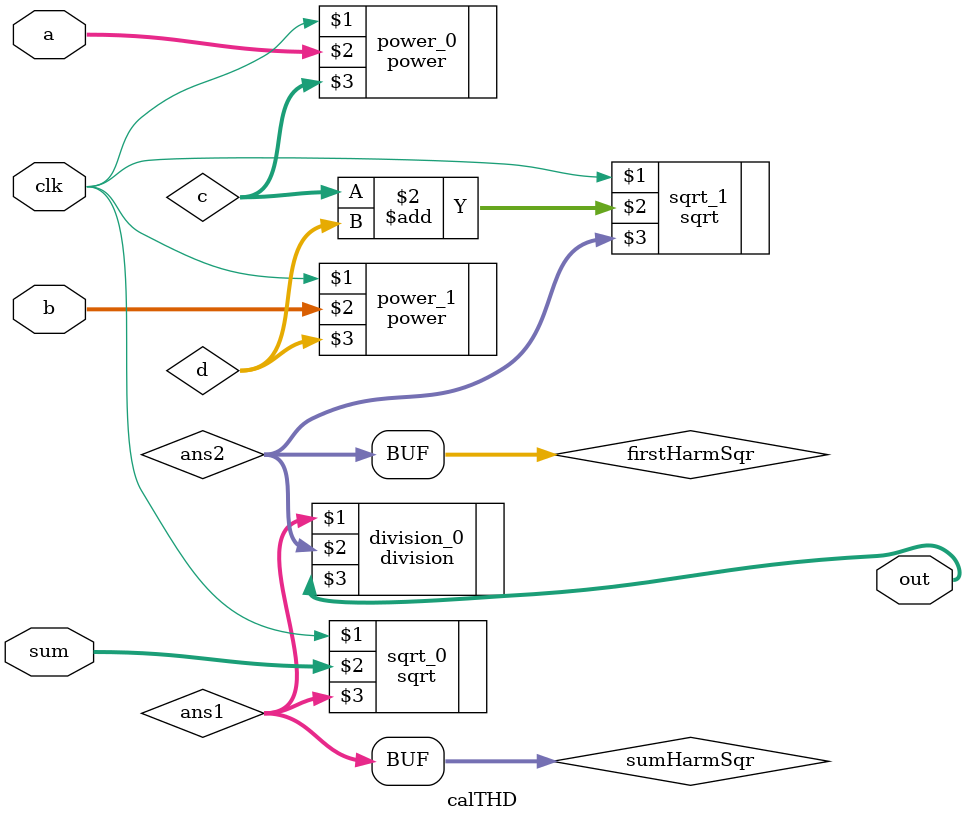
<source format=v>
`timescale 1ns / 1ps


module calTHD(
input clk,input [47:0]sum,input[23:0]a,b,output [23:0]out
    );
wire [47:0]c,d;
reg [23:0]sumHarmSqr,firstHarmSqr;
wire [23:0]ans1,ans2;
always@(*)begin
sumHarmSqr=ans1;
firstHarmSqr=ans2;
end
power power_0(clk,a,c);
power power_1(clk,b,d);
sqrt sqrt_0(clk,sum,ans1);
sqrt sqrt_1(clk,c+d,ans2);
division division_0(sumHarmSqr,firstHarmSqr,out);
endmodule

</source>
